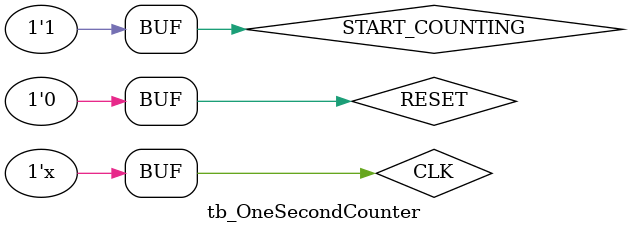
<source format=v>
`timescale 1ns / 1ps


module tb_OneSecondCounter();

reg CLK = 0;
reg RESET = 0;
reg START_COUNTING = 0;

wire [7:0] NumOfSec; 

OneSecondCounter uut (CLK, RESET, START_COUNTING, NumOfSec);

always #5 CLK = ~CLK; // 100MHz

initial begin
//start typing inputs here

RESET = 0;
START_COUNTING = 0;
#20 
START_COUNTING = 1;






end

endmodule

</source>
